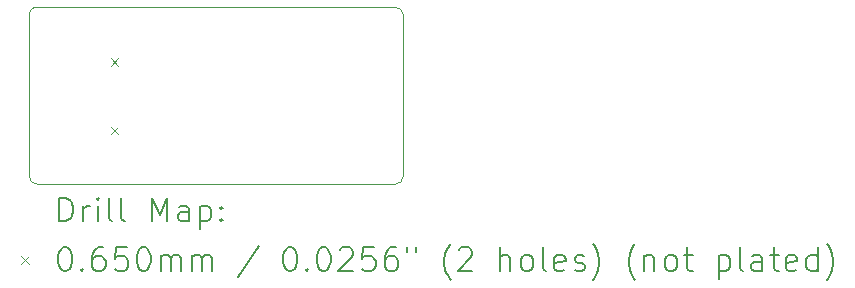
<source format=gbr>
%TF.GenerationSoftware,KiCad,Pcbnew,9.0.1*%
%TF.CreationDate,2025-08-21T17:20:22+05:00*%
%TF.ProjectId,usb_to_uart,7573625f-746f-45f7-9561-72742e6b6963,rev?*%
%TF.SameCoordinates,Original*%
%TF.FileFunction,Drillmap*%
%TF.FilePolarity,Positive*%
%FSLAX45Y45*%
G04 Gerber Fmt 4.5, Leading zero omitted, Abs format (unit mm)*
G04 Created by KiCad (PCBNEW 9.0.1) date 2025-08-21 17:20:22*
%MOMM*%
%LPD*%
G01*
G04 APERTURE LIST*
%ADD10C,0.050000*%
%ADD11C,0.200000*%
%ADD12C,0.100000*%
G04 APERTURE END LIST*
D10*
X11370000Y-11170000D02*
G75*
G02*
X11300000Y-11100000I0J70000D01*
G01*
X11300000Y-9750000D02*
G75*
G02*
X11370000Y-9669289I70000J10000D01*
G01*
X14470000Y-9740000D02*
X14470000Y-11100000D01*
X14400000Y-9670000D02*
G75*
G02*
X14470000Y-9740000I0J-70000D01*
G01*
X11370000Y-11170000D02*
X14400000Y-11170000D01*
X14400000Y-9670000D02*
X11370000Y-9669289D01*
X14470000Y-11100000D02*
G75*
G02*
X14400000Y-11170000I-70000J0D01*
G01*
X11300000Y-9750000D02*
X11300000Y-11100000D01*
D11*
D12*
X11991500Y-10103500D02*
X12056500Y-10168500D01*
X12056500Y-10103500D02*
X11991500Y-10168500D01*
X11991500Y-10681500D02*
X12056500Y-10746500D01*
X12056500Y-10681500D02*
X11991500Y-10746500D01*
D11*
X11557566Y-11483984D02*
X11557566Y-11283984D01*
X11557566Y-11283984D02*
X11605185Y-11283984D01*
X11605185Y-11283984D02*
X11633757Y-11293508D01*
X11633757Y-11293508D02*
X11652804Y-11312555D01*
X11652804Y-11312555D02*
X11662328Y-11331603D01*
X11662328Y-11331603D02*
X11671852Y-11369698D01*
X11671852Y-11369698D02*
X11671852Y-11398269D01*
X11671852Y-11398269D02*
X11662328Y-11436365D01*
X11662328Y-11436365D02*
X11652804Y-11455412D01*
X11652804Y-11455412D02*
X11633757Y-11474460D01*
X11633757Y-11474460D02*
X11605185Y-11483984D01*
X11605185Y-11483984D02*
X11557566Y-11483984D01*
X11757566Y-11483984D02*
X11757566Y-11350650D01*
X11757566Y-11388746D02*
X11767090Y-11369698D01*
X11767090Y-11369698D02*
X11776614Y-11360174D01*
X11776614Y-11360174D02*
X11795661Y-11350650D01*
X11795661Y-11350650D02*
X11814709Y-11350650D01*
X11881376Y-11483984D02*
X11881376Y-11350650D01*
X11881376Y-11283984D02*
X11871852Y-11293508D01*
X11871852Y-11293508D02*
X11881376Y-11303031D01*
X11881376Y-11303031D02*
X11890899Y-11293508D01*
X11890899Y-11293508D02*
X11881376Y-11283984D01*
X11881376Y-11283984D02*
X11881376Y-11303031D01*
X12005185Y-11483984D02*
X11986137Y-11474460D01*
X11986137Y-11474460D02*
X11976614Y-11455412D01*
X11976614Y-11455412D02*
X11976614Y-11283984D01*
X12109947Y-11483984D02*
X12090899Y-11474460D01*
X12090899Y-11474460D02*
X12081376Y-11455412D01*
X12081376Y-11455412D02*
X12081376Y-11283984D01*
X12338518Y-11483984D02*
X12338518Y-11283984D01*
X12338518Y-11283984D02*
X12405185Y-11426841D01*
X12405185Y-11426841D02*
X12471852Y-11283984D01*
X12471852Y-11283984D02*
X12471852Y-11483984D01*
X12652804Y-11483984D02*
X12652804Y-11379222D01*
X12652804Y-11379222D02*
X12643280Y-11360174D01*
X12643280Y-11360174D02*
X12624233Y-11350650D01*
X12624233Y-11350650D02*
X12586137Y-11350650D01*
X12586137Y-11350650D02*
X12567090Y-11360174D01*
X12652804Y-11474460D02*
X12633757Y-11483984D01*
X12633757Y-11483984D02*
X12586137Y-11483984D01*
X12586137Y-11483984D02*
X12567090Y-11474460D01*
X12567090Y-11474460D02*
X12557566Y-11455412D01*
X12557566Y-11455412D02*
X12557566Y-11436365D01*
X12557566Y-11436365D02*
X12567090Y-11417317D01*
X12567090Y-11417317D02*
X12586137Y-11407793D01*
X12586137Y-11407793D02*
X12633757Y-11407793D01*
X12633757Y-11407793D02*
X12652804Y-11398269D01*
X12748042Y-11350650D02*
X12748042Y-11550650D01*
X12748042Y-11360174D02*
X12767090Y-11350650D01*
X12767090Y-11350650D02*
X12805185Y-11350650D01*
X12805185Y-11350650D02*
X12824233Y-11360174D01*
X12824233Y-11360174D02*
X12833757Y-11369698D01*
X12833757Y-11369698D02*
X12843280Y-11388746D01*
X12843280Y-11388746D02*
X12843280Y-11445888D01*
X12843280Y-11445888D02*
X12833757Y-11464936D01*
X12833757Y-11464936D02*
X12824233Y-11474460D01*
X12824233Y-11474460D02*
X12805185Y-11483984D01*
X12805185Y-11483984D02*
X12767090Y-11483984D01*
X12767090Y-11483984D02*
X12748042Y-11474460D01*
X12928995Y-11464936D02*
X12938518Y-11474460D01*
X12938518Y-11474460D02*
X12928995Y-11483984D01*
X12928995Y-11483984D02*
X12919471Y-11474460D01*
X12919471Y-11474460D02*
X12928995Y-11464936D01*
X12928995Y-11464936D02*
X12928995Y-11483984D01*
X12928995Y-11360174D02*
X12938518Y-11369698D01*
X12938518Y-11369698D02*
X12928995Y-11379222D01*
X12928995Y-11379222D02*
X12919471Y-11369698D01*
X12919471Y-11369698D02*
X12928995Y-11360174D01*
X12928995Y-11360174D02*
X12928995Y-11379222D01*
D12*
X11231789Y-11780000D02*
X11296789Y-11845000D01*
X11296789Y-11780000D02*
X11231789Y-11845000D01*
D11*
X11595661Y-11703984D02*
X11614709Y-11703984D01*
X11614709Y-11703984D02*
X11633757Y-11713508D01*
X11633757Y-11713508D02*
X11643280Y-11723031D01*
X11643280Y-11723031D02*
X11652804Y-11742079D01*
X11652804Y-11742079D02*
X11662328Y-11780174D01*
X11662328Y-11780174D02*
X11662328Y-11827793D01*
X11662328Y-11827793D02*
X11652804Y-11865888D01*
X11652804Y-11865888D02*
X11643280Y-11884936D01*
X11643280Y-11884936D02*
X11633757Y-11894460D01*
X11633757Y-11894460D02*
X11614709Y-11903984D01*
X11614709Y-11903984D02*
X11595661Y-11903984D01*
X11595661Y-11903984D02*
X11576614Y-11894460D01*
X11576614Y-11894460D02*
X11567090Y-11884936D01*
X11567090Y-11884936D02*
X11557566Y-11865888D01*
X11557566Y-11865888D02*
X11548042Y-11827793D01*
X11548042Y-11827793D02*
X11548042Y-11780174D01*
X11548042Y-11780174D02*
X11557566Y-11742079D01*
X11557566Y-11742079D02*
X11567090Y-11723031D01*
X11567090Y-11723031D02*
X11576614Y-11713508D01*
X11576614Y-11713508D02*
X11595661Y-11703984D01*
X11748042Y-11884936D02*
X11757566Y-11894460D01*
X11757566Y-11894460D02*
X11748042Y-11903984D01*
X11748042Y-11903984D02*
X11738518Y-11894460D01*
X11738518Y-11894460D02*
X11748042Y-11884936D01*
X11748042Y-11884936D02*
X11748042Y-11903984D01*
X11928995Y-11703984D02*
X11890899Y-11703984D01*
X11890899Y-11703984D02*
X11871852Y-11713508D01*
X11871852Y-11713508D02*
X11862328Y-11723031D01*
X11862328Y-11723031D02*
X11843280Y-11751603D01*
X11843280Y-11751603D02*
X11833757Y-11789698D01*
X11833757Y-11789698D02*
X11833757Y-11865888D01*
X11833757Y-11865888D02*
X11843280Y-11884936D01*
X11843280Y-11884936D02*
X11852804Y-11894460D01*
X11852804Y-11894460D02*
X11871852Y-11903984D01*
X11871852Y-11903984D02*
X11909947Y-11903984D01*
X11909947Y-11903984D02*
X11928995Y-11894460D01*
X11928995Y-11894460D02*
X11938518Y-11884936D01*
X11938518Y-11884936D02*
X11948042Y-11865888D01*
X11948042Y-11865888D02*
X11948042Y-11818269D01*
X11948042Y-11818269D02*
X11938518Y-11799222D01*
X11938518Y-11799222D02*
X11928995Y-11789698D01*
X11928995Y-11789698D02*
X11909947Y-11780174D01*
X11909947Y-11780174D02*
X11871852Y-11780174D01*
X11871852Y-11780174D02*
X11852804Y-11789698D01*
X11852804Y-11789698D02*
X11843280Y-11799222D01*
X11843280Y-11799222D02*
X11833757Y-11818269D01*
X12128995Y-11703984D02*
X12033757Y-11703984D01*
X12033757Y-11703984D02*
X12024233Y-11799222D01*
X12024233Y-11799222D02*
X12033757Y-11789698D01*
X12033757Y-11789698D02*
X12052804Y-11780174D01*
X12052804Y-11780174D02*
X12100423Y-11780174D01*
X12100423Y-11780174D02*
X12119471Y-11789698D01*
X12119471Y-11789698D02*
X12128995Y-11799222D01*
X12128995Y-11799222D02*
X12138518Y-11818269D01*
X12138518Y-11818269D02*
X12138518Y-11865888D01*
X12138518Y-11865888D02*
X12128995Y-11884936D01*
X12128995Y-11884936D02*
X12119471Y-11894460D01*
X12119471Y-11894460D02*
X12100423Y-11903984D01*
X12100423Y-11903984D02*
X12052804Y-11903984D01*
X12052804Y-11903984D02*
X12033757Y-11894460D01*
X12033757Y-11894460D02*
X12024233Y-11884936D01*
X12262328Y-11703984D02*
X12281376Y-11703984D01*
X12281376Y-11703984D02*
X12300423Y-11713508D01*
X12300423Y-11713508D02*
X12309947Y-11723031D01*
X12309947Y-11723031D02*
X12319471Y-11742079D01*
X12319471Y-11742079D02*
X12328995Y-11780174D01*
X12328995Y-11780174D02*
X12328995Y-11827793D01*
X12328995Y-11827793D02*
X12319471Y-11865888D01*
X12319471Y-11865888D02*
X12309947Y-11884936D01*
X12309947Y-11884936D02*
X12300423Y-11894460D01*
X12300423Y-11894460D02*
X12281376Y-11903984D01*
X12281376Y-11903984D02*
X12262328Y-11903984D01*
X12262328Y-11903984D02*
X12243280Y-11894460D01*
X12243280Y-11894460D02*
X12233757Y-11884936D01*
X12233757Y-11884936D02*
X12224233Y-11865888D01*
X12224233Y-11865888D02*
X12214709Y-11827793D01*
X12214709Y-11827793D02*
X12214709Y-11780174D01*
X12214709Y-11780174D02*
X12224233Y-11742079D01*
X12224233Y-11742079D02*
X12233757Y-11723031D01*
X12233757Y-11723031D02*
X12243280Y-11713508D01*
X12243280Y-11713508D02*
X12262328Y-11703984D01*
X12414709Y-11903984D02*
X12414709Y-11770650D01*
X12414709Y-11789698D02*
X12424233Y-11780174D01*
X12424233Y-11780174D02*
X12443280Y-11770650D01*
X12443280Y-11770650D02*
X12471852Y-11770650D01*
X12471852Y-11770650D02*
X12490899Y-11780174D01*
X12490899Y-11780174D02*
X12500423Y-11799222D01*
X12500423Y-11799222D02*
X12500423Y-11903984D01*
X12500423Y-11799222D02*
X12509947Y-11780174D01*
X12509947Y-11780174D02*
X12528995Y-11770650D01*
X12528995Y-11770650D02*
X12557566Y-11770650D01*
X12557566Y-11770650D02*
X12576614Y-11780174D01*
X12576614Y-11780174D02*
X12586138Y-11799222D01*
X12586138Y-11799222D02*
X12586138Y-11903984D01*
X12681376Y-11903984D02*
X12681376Y-11770650D01*
X12681376Y-11789698D02*
X12690899Y-11780174D01*
X12690899Y-11780174D02*
X12709947Y-11770650D01*
X12709947Y-11770650D02*
X12738519Y-11770650D01*
X12738519Y-11770650D02*
X12757566Y-11780174D01*
X12757566Y-11780174D02*
X12767090Y-11799222D01*
X12767090Y-11799222D02*
X12767090Y-11903984D01*
X12767090Y-11799222D02*
X12776614Y-11780174D01*
X12776614Y-11780174D02*
X12795661Y-11770650D01*
X12795661Y-11770650D02*
X12824233Y-11770650D01*
X12824233Y-11770650D02*
X12843280Y-11780174D01*
X12843280Y-11780174D02*
X12852804Y-11799222D01*
X12852804Y-11799222D02*
X12852804Y-11903984D01*
X13243280Y-11694460D02*
X13071852Y-11951603D01*
X13500423Y-11703984D02*
X13519471Y-11703984D01*
X13519471Y-11703984D02*
X13538519Y-11713508D01*
X13538519Y-11713508D02*
X13548042Y-11723031D01*
X13548042Y-11723031D02*
X13557566Y-11742079D01*
X13557566Y-11742079D02*
X13567090Y-11780174D01*
X13567090Y-11780174D02*
X13567090Y-11827793D01*
X13567090Y-11827793D02*
X13557566Y-11865888D01*
X13557566Y-11865888D02*
X13548042Y-11884936D01*
X13548042Y-11884936D02*
X13538519Y-11894460D01*
X13538519Y-11894460D02*
X13519471Y-11903984D01*
X13519471Y-11903984D02*
X13500423Y-11903984D01*
X13500423Y-11903984D02*
X13481376Y-11894460D01*
X13481376Y-11894460D02*
X13471852Y-11884936D01*
X13471852Y-11884936D02*
X13462328Y-11865888D01*
X13462328Y-11865888D02*
X13452804Y-11827793D01*
X13452804Y-11827793D02*
X13452804Y-11780174D01*
X13452804Y-11780174D02*
X13462328Y-11742079D01*
X13462328Y-11742079D02*
X13471852Y-11723031D01*
X13471852Y-11723031D02*
X13481376Y-11713508D01*
X13481376Y-11713508D02*
X13500423Y-11703984D01*
X13652804Y-11884936D02*
X13662328Y-11894460D01*
X13662328Y-11894460D02*
X13652804Y-11903984D01*
X13652804Y-11903984D02*
X13643281Y-11894460D01*
X13643281Y-11894460D02*
X13652804Y-11884936D01*
X13652804Y-11884936D02*
X13652804Y-11903984D01*
X13786138Y-11703984D02*
X13805185Y-11703984D01*
X13805185Y-11703984D02*
X13824233Y-11713508D01*
X13824233Y-11713508D02*
X13833757Y-11723031D01*
X13833757Y-11723031D02*
X13843281Y-11742079D01*
X13843281Y-11742079D02*
X13852804Y-11780174D01*
X13852804Y-11780174D02*
X13852804Y-11827793D01*
X13852804Y-11827793D02*
X13843281Y-11865888D01*
X13843281Y-11865888D02*
X13833757Y-11884936D01*
X13833757Y-11884936D02*
X13824233Y-11894460D01*
X13824233Y-11894460D02*
X13805185Y-11903984D01*
X13805185Y-11903984D02*
X13786138Y-11903984D01*
X13786138Y-11903984D02*
X13767090Y-11894460D01*
X13767090Y-11894460D02*
X13757566Y-11884936D01*
X13757566Y-11884936D02*
X13748042Y-11865888D01*
X13748042Y-11865888D02*
X13738519Y-11827793D01*
X13738519Y-11827793D02*
X13738519Y-11780174D01*
X13738519Y-11780174D02*
X13748042Y-11742079D01*
X13748042Y-11742079D02*
X13757566Y-11723031D01*
X13757566Y-11723031D02*
X13767090Y-11713508D01*
X13767090Y-11713508D02*
X13786138Y-11703984D01*
X13928995Y-11723031D02*
X13938519Y-11713508D01*
X13938519Y-11713508D02*
X13957566Y-11703984D01*
X13957566Y-11703984D02*
X14005185Y-11703984D01*
X14005185Y-11703984D02*
X14024233Y-11713508D01*
X14024233Y-11713508D02*
X14033757Y-11723031D01*
X14033757Y-11723031D02*
X14043281Y-11742079D01*
X14043281Y-11742079D02*
X14043281Y-11761127D01*
X14043281Y-11761127D02*
X14033757Y-11789698D01*
X14033757Y-11789698D02*
X13919471Y-11903984D01*
X13919471Y-11903984D02*
X14043281Y-11903984D01*
X14224233Y-11703984D02*
X14128995Y-11703984D01*
X14128995Y-11703984D02*
X14119471Y-11799222D01*
X14119471Y-11799222D02*
X14128995Y-11789698D01*
X14128995Y-11789698D02*
X14148042Y-11780174D01*
X14148042Y-11780174D02*
X14195662Y-11780174D01*
X14195662Y-11780174D02*
X14214709Y-11789698D01*
X14214709Y-11789698D02*
X14224233Y-11799222D01*
X14224233Y-11799222D02*
X14233757Y-11818269D01*
X14233757Y-11818269D02*
X14233757Y-11865888D01*
X14233757Y-11865888D02*
X14224233Y-11884936D01*
X14224233Y-11884936D02*
X14214709Y-11894460D01*
X14214709Y-11894460D02*
X14195662Y-11903984D01*
X14195662Y-11903984D02*
X14148042Y-11903984D01*
X14148042Y-11903984D02*
X14128995Y-11894460D01*
X14128995Y-11894460D02*
X14119471Y-11884936D01*
X14405185Y-11703984D02*
X14367090Y-11703984D01*
X14367090Y-11703984D02*
X14348042Y-11713508D01*
X14348042Y-11713508D02*
X14338519Y-11723031D01*
X14338519Y-11723031D02*
X14319471Y-11751603D01*
X14319471Y-11751603D02*
X14309947Y-11789698D01*
X14309947Y-11789698D02*
X14309947Y-11865888D01*
X14309947Y-11865888D02*
X14319471Y-11884936D01*
X14319471Y-11884936D02*
X14328995Y-11894460D01*
X14328995Y-11894460D02*
X14348042Y-11903984D01*
X14348042Y-11903984D02*
X14386138Y-11903984D01*
X14386138Y-11903984D02*
X14405185Y-11894460D01*
X14405185Y-11894460D02*
X14414709Y-11884936D01*
X14414709Y-11884936D02*
X14424233Y-11865888D01*
X14424233Y-11865888D02*
X14424233Y-11818269D01*
X14424233Y-11818269D02*
X14414709Y-11799222D01*
X14414709Y-11799222D02*
X14405185Y-11789698D01*
X14405185Y-11789698D02*
X14386138Y-11780174D01*
X14386138Y-11780174D02*
X14348042Y-11780174D01*
X14348042Y-11780174D02*
X14328995Y-11789698D01*
X14328995Y-11789698D02*
X14319471Y-11799222D01*
X14319471Y-11799222D02*
X14309947Y-11818269D01*
X14500423Y-11703984D02*
X14500423Y-11742079D01*
X14576614Y-11703984D02*
X14576614Y-11742079D01*
X14871852Y-11980174D02*
X14862328Y-11970650D01*
X14862328Y-11970650D02*
X14843281Y-11942079D01*
X14843281Y-11942079D02*
X14833757Y-11923031D01*
X14833757Y-11923031D02*
X14824233Y-11894460D01*
X14824233Y-11894460D02*
X14814709Y-11846841D01*
X14814709Y-11846841D02*
X14814709Y-11808746D01*
X14814709Y-11808746D02*
X14824233Y-11761127D01*
X14824233Y-11761127D02*
X14833757Y-11732555D01*
X14833757Y-11732555D02*
X14843281Y-11713508D01*
X14843281Y-11713508D02*
X14862328Y-11684936D01*
X14862328Y-11684936D02*
X14871852Y-11675412D01*
X14938519Y-11723031D02*
X14948043Y-11713508D01*
X14948043Y-11713508D02*
X14967090Y-11703984D01*
X14967090Y-11703984D02*
X15014709Y-11703984D01*
X15014709Y-11703984D02*
X15033757Y-11713508D01*
X15033757Y-11713508D02*
X15043281Y-11723031D01*
X15043281Y-11723031D02*
X15052804Y-11742079D01*
X15052804Y-11742079D02*
X15052804Y-11761127D01*
X15052804Y-11761127D02*
X15043281Y-11789698D01*
X15043281Y-11789698D02*
X14928995Y-11903984D01*
X14928995Y-11903984D02*
X15052804Y-11903984D01*
X15290900Y-11903984D02*
X15290900Y-11703984D01*
X15376614Y-11903984D02*
X15376614Y-11799222D01*
X15376614Y-11799222D02*
X15367090Y-11780174D01*
X15367090Y-11780174D02*
X15348043Y-11770650D01*
X15348043Y-11770650D02*
X15319471Y-11770650D01*
X15319471Y-11770650D02*
X15300424Y-11780174D01*
X15300424Y-11780174D02*
X15290900Y-11789698D01*
X15500424Y-11903984D02*
X15481376Y-11894460D01*
X15481376Y-11894460D02*
X15471852Y-11884936D01*
X15471852Y-11884936D02*
X15462328Y-11865888D01*
X15462328Y-11865888D02*
X15462328Y-11808746D01*
X15462328Y-11808746D02*
X15471852Y-11789698D01*
X15471852Y-11789698D02*
X15481376Y-11780174D01*
X15481376Y-11780174D02*
X15500424Y-11770650D01*
X15500424Y-11770650D02*
X15528995Y-11770650D01*
X15528995Y-11770650D02*
X15548043Y-11780174D01*
X15548043Y-11780174D02*
X15557566Y-11789698D01*
X15557566Y-11789698D02*
X15567090Y-11808746D01*
X15567090Y-11808746D02*
X15567090Y-11865888D01*
X15567090Y-11865888D02*
X15557566Y-11884936D01*
X15557566Y-11884936D02*
X15548043Y-11894460D01*
X15548043Y-11894460D02*
X15528995Y-11903984D01*
X15528995Y-11903984D02*
X15500424Y-11903984D01*
X15681376Y-11903984D02*
X15662328Y-11894460D01*
X15662328Y-11894460D02*
X15652805Y-11875412D01*
X15652805Y-11875412D02*
X15652805Y-11703984D01*
X15833757Y-11894460D02*
X15814709Y-11903984D01*
X15814709Y-11903984D02*
X15776614Y-11903984D01*
X15776614Y-11903984D02*
X15757566Y-11894460D01*
X15757566Y-11894460D02*
X15748043Y-11875412D01*
X15748043Y-11875412D02*
X15748043Y-11799222D01*
X15748043Y-11799222D02*
X15757566Y-11780174D01*
X15757566Y-11780174D02*
X15776614Y-11770650D01*
X15776614Y-11770650D02*
X15814709Y-11770650D01*
X15814709Y-11770650D02*
X15833757Y-11780174D01*
X15833757Y-11780174D02*
X15843281Y-11799222D01*
X15843281Y-11799222D02*
X15843281Y-11818269D01*
X15843281Y-11818269D02*
X15748043Y-11837317D01*
X15919471Y-11894460D02*
X15938519Y-11903984D01*
X15938519Y-11903984D02*
X15976614Y-11903984D01*
X15976614Y-11903984D02*
X15995662Y-11894460D01*
X15995662Y-11894460D02*
X16005186Y-11875412D01*
X16005186Y-11875412D02*
X16005186Y-11865888D01*
X16005186Y-11865888D02*
X15995662Y-11846841D01*
X15995662Y-11846841D02*
X15976614Y-11837317D01*
X15976614Y-11837317D02*
X15948043Y-11837317D01*
X15948043Y-11837317D02*
X15928995Y-11827793D01*
X15928995Y-11827793D02*
X15919471Y-11808746D01*
X15919471Y-11808746D02*
X15919471Y-11799222D01*
X15919471Y-11799222D02*
X15928995Y-11780174D01*
X15928995Y-11780174D02*
X15948043Y-11770650D01*
X15948043Y-11770650D02*
X15976614Y-11770650D01*
X15976614Y-11770650D02*
X15995662Y-11780174D01*
X16071852Y-11980174D02*
X16081376Y-11970650D01*
X16081376Y-11970650D02*
X16100424Y-11942079D01*
X16100424Y-11942079D02*
X16109947Y-11923031D01*
X16109947Y-11923031D02*
X16119471Y-11894460D01*
X16119471Y-11894460D02*
X16128995Y-11846841D01*
X16128995Y-11846841D02*
X16128995Y-11808746D01*
X16128995Y-11808746D02*
X16119471Y-11761127D01*
X16119471Y-11761127D02*
X16109947Y-11732555D01*
X16109947Y-11732555D02*
X16100424Y-11713508D01*
X16100424Y-11713508D02*
X16081376Y-11684936D01*
X16081376Y-11684936D02*
X16071852Y-11675412D01*
X16433757Y-11980174D02*
X16424233Y-11970650D01*
X16424233Y-11970650D02*
X16405186Y-11942079D01*
X16405186Y-11942079D02*
X16395662Y-11923031D01*
X16395662Y-11923031D02*
X16386138Y-11894460D01*
X16386138Y-11894460D02*
X16376614Y-11846841D01*
X16376614Y-11846841D02*
X16376614Y-11808746D01*
X16376614Y-11808746D02*
X16386138Y-11761127D01*
X16386138Y-11761127D02*
X16395662Y-11732555D01*
X16395662Y-11732555D02*
X16405186Y-11713508D01*
X16405186Y-11713508D02*
X16424233Y-11684936D01*
X16424233Y-11684936D02*
X16433757Y-11675412D01*
X16509947Y-11770650D02*
X16509947Y-11903984D01*
X16509947Y-11789698D02*
X16519471Y-11780174D01*
X16519471Y-11780174D02*
X16538519Y-11770650D01*
X16538519Y-11770650D02*
X16567090Y-11770650D01*
X16567090Y-11770650D02*
X16586138Y-11780174D01*
X16586138Y-11780174D02*
X16595662Y-11799222D01*
X16595662Y-11799222D02*
X16595662Y-11903984D01*
X16719471Y-11903984D02*
X16700424Y-11894460D01*
X16700424Y-11894460D02*
X16690900Y-11884936D01*
X16690900Y-11884936D02*
X16681376Y-11865888D01*
X16681376Y-11865888D02*
X16681376Y-11808746D01*
X16681376Y-11808746D02*
X16690900Y-11789698D01*
X16690900Y-11789698D02*
X16700424Y-11780174D01*
X16700424Y-11780174D02*
X16719471Y-11770650D01*
X16719471Y-11770650D02*
X16748043Y-11770650D01*
X16748043Y-11770650D02*
X16767090Y-11780174D01*
X16767090Y-11780174D02*
X16776614Y-11789698D01*
X16776614Y-11789698D02*
X16786138Y-11808746D01*
X16786138Y-11808746D02*
X16786138Y-11865888D01*
X16786138Y-11865888D02*
X16776614Y-11884936D01*
X16776614Y-11884936D02*
X16767090Y-11894460D01*
X16767090Y-11894460D02*
X16748043Y-11903984D01*
X16748043Y-11903984D02*
X16719471Y-11903984D01*
X16843281Y-11770650D02*
X16919471Y-11770650D01*
X16871852Y-11703984D02*
X16871852Y-11875412D01*
X16871852Y-11875412D02*
X16881376Y-11894460D01*
X16881376Y-11894460D02*
X16900424Y-11903984D01*
X16900424Y-11903984D02*
X16919471Y-11903984D01*
X17138519Y-11770650D02*
X17138519Y-11970650D01*
X17138519Y-11780174D02*
X17157567Y-11770650D01*
X17157567Y-11770650D02*
X17195662Y-11770650D01*
X17195662Y-11770650D02*
X17214710Y-11780174D01*
X17214710Y-11780174D02*
X17224233Y-11789698D01*
X17224233Y-11789698D02*
X17233757Y-11808746D01*
X17233757Y-11808746D02*
X17233757Y-11865888D01*
X17233757Y-11865888D02*
X17224233Y-11884936D01*
X17224233Y-11884936D02*
X17214710Y-11894460D01*
X17214710Y-11894460D02*
X17195662Y-11903984D01*
X17195662Y-11903984D02*
X17157567Y-11903984D01*
X17157567Y-11903984D02*
X17138519Y-11894460D01*
X17348043Y-11903984D02*
X17328995Y-11894460D01*
X17328995Y-11894460D02*
X17319471Y-11875412D01*
X17319471Y-11875412D02*
X17319471Y-11703984D01*
X17509948Y-11903984D02*
X17509948Y-11799222D01*
X17509948Y-11799222D02*
X17500424Y-11780174D01*
X17500424Y-11780174D02*
X17481376Y-11770650D01*
X17481376Y-11770650D02*
X17443281Y-11770650D01*
X17443281Y-11770650D02*
X17424233Y-11780174D01*
X17509948Y-11894460D02*
X17490900Y-11903984D01*
X17490900Y-11903984D02*
X17443281Y-11903984D01*
X17443281Y-11903984D02*
X17424233Y-11894460D01*
X17424233Y-11894460D02*
X17414710Y-11875412D01*
X17414710Y-11875412D02*
X17414710Y-11856365D01*
X17414710Y-11856365D02*
X17424233Y-11837317D01*
X17424233Y-11837317D02*
X17443281Y-11827793D01*
X17443281Y-11827793D02*
X17490900Y-11827793D01*
X17490900Y-11827793D02*
X17509948Y-11818269D01*
X17576614Y-11770650D02*
X17652805Y-11770650D01*
X17605186Y-11703984D02*
X17605186Y-11875412D01*
X17605186Y-11875412D02*
X17614710Y-11894460D01*
X17614710Y-11894460D02*
X17633757Y-11903984D01*
X17633757Y-11903984D02*
X17652805Y-11903984D01*
X17795662Y-11894460D02*
X17776614Y-11903984D01*
X17776614Y-11903984D02*
X17738519Y-11903984D01*
X17738519Y-11903984D02*
X17719471Y-11894460D01*
X17719471Y-11894460D02*
X17709948Y-11875412D01*
X17709948Y-11875412D02*
X17709948Y-11799222D01*
X17709948Y-11799222D02*
X17719471Y-11780174D01*
X17719471Y-11780174D02*
X17738519Y-11770650D01*
X17738519Y-11770650D02*
X17776614Y-11770650D01*
X17776614Y-11770650D02*
X17795662Y-11780174D01*
X17795662Y-11780174D02*
X17805186Y-11799222D01*
X17805186Y-11799222D02*
X17805186Y-11818269D01*
X17805186Y-11818269D02*
X17709948Y-11837317D01*
X17976614Y-11903984D02*
X17976614Y-11703984D01*
X17976614Y-11894460D02*
X17957567Y-11903984D01*
X17957567Y-11903984D02*
X17919471Y-11903984D01*
X17919471Y-11903984D02*
X17900424Y-11894460D01*
X17900424Y-11894460D02*
X17890900Y-11884936D01*
X17890900Y-11884936D02*
X17881376Y-11865888D01*
X17881376Y-11865888D02*
X17881376Y-11808746D01*
X17881376Y-11808746D02*
X17890900Y-11789698D01*
X17890900Y-11789698D02*
X17900424Y-11780174D01*
X17900424Y-11780174D02*
X17919471Y-11770650D01*
X17919471Y-11770650D02*
X17957567Y-11770650D01*
X17957567Y-11770650D02*
X17976614Y-11780174D01*
X18052805Y-11980174D02*
X18062329Y-11970650D01*
X18062329Y-11970650D02*
X18081376Y-11942079D01*
X18081376Y-11942079D02*
X18090900Y-11923031D01*
X18090900Y-11923031D02*
X18100424Y-11894460D01*
X18100424Y-11894460D02*
X18109948Y-11846841D01*
X18109948Y-11846841D02*
X18109948Y-11808746D01*
X18109948Y-11808746D02*
X18100424Y-11761127D01*
X18100424Y-11761127D02*
X18090900Y-11732555D01*
X18090900Y-11732555D02*
X18081376Y-11713508D01*
X18081376Y-11713508D02*
X18062329Y-11684936D01*
X18062329Y-11684936D02*
X18052805Y-11675412D01*
M02*

</source>
